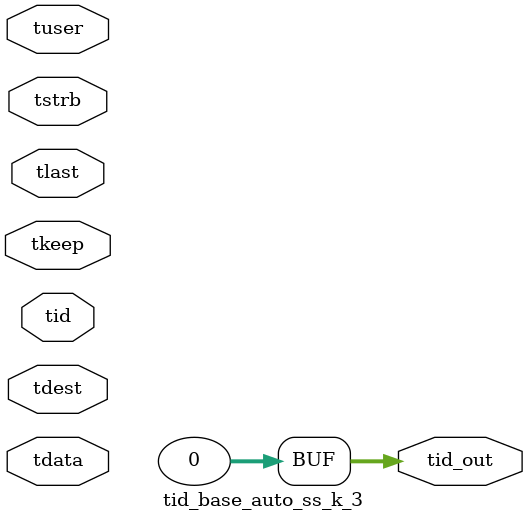
<source format=v>


`timescale 1ps/1ps

module tid_base_auto_ss_k_3 #
(
parameter C_S_AXIS_TID_WIDTH   = 1,
parameter C_S_AXIS_TUSER_WIDTH = 0,
parameter C_S_AXIS_TDATA_WIDTH = 0,
parameter C_S_AXIS_TDEST_WIDTH = 0,
parameter C_M_AXIS_TID_WIDTH   = 32
)
(
input  [(C_S_AXIS_TID_WIDTH   == 0 ? 1 : C_S_AXIS_TID_WIDTH)-1:0       ] tid,
input  [(C_S_AXIS_TDATA_WIDTH == 0 ? 1 : C_S_AXIS_TDATA_WIDTH)-1:0     ] tdata,
input  [(C_S_AXIS_TUSER_WIDTH == 0 ? 1 : C_S_AXIS_TUSER_WIDTH)-1:0     ] tuser,
input  [(C_S_AXIS_TDEST_WIDTH == 0 ? 1 : C_S_AXIS_TDEST_WIDTH)-1:0     ] tdest,
input  [(C_S_AXIS_TDATA_WIDTH/8)-1:0 ] tkeep,
input  [(C_S_AXIS_TDATA_WIDTH/8)-1:0 ] tstrb,
input                                                                    tlast,
output [(C_M_AXIS_TID_WIDTH   == 0 ? 1 : C_M_AXIS_TID_WIDTH)-1:0       ] tid_out
);

assign tid_out = {1'b0};

endmodule


</source>
